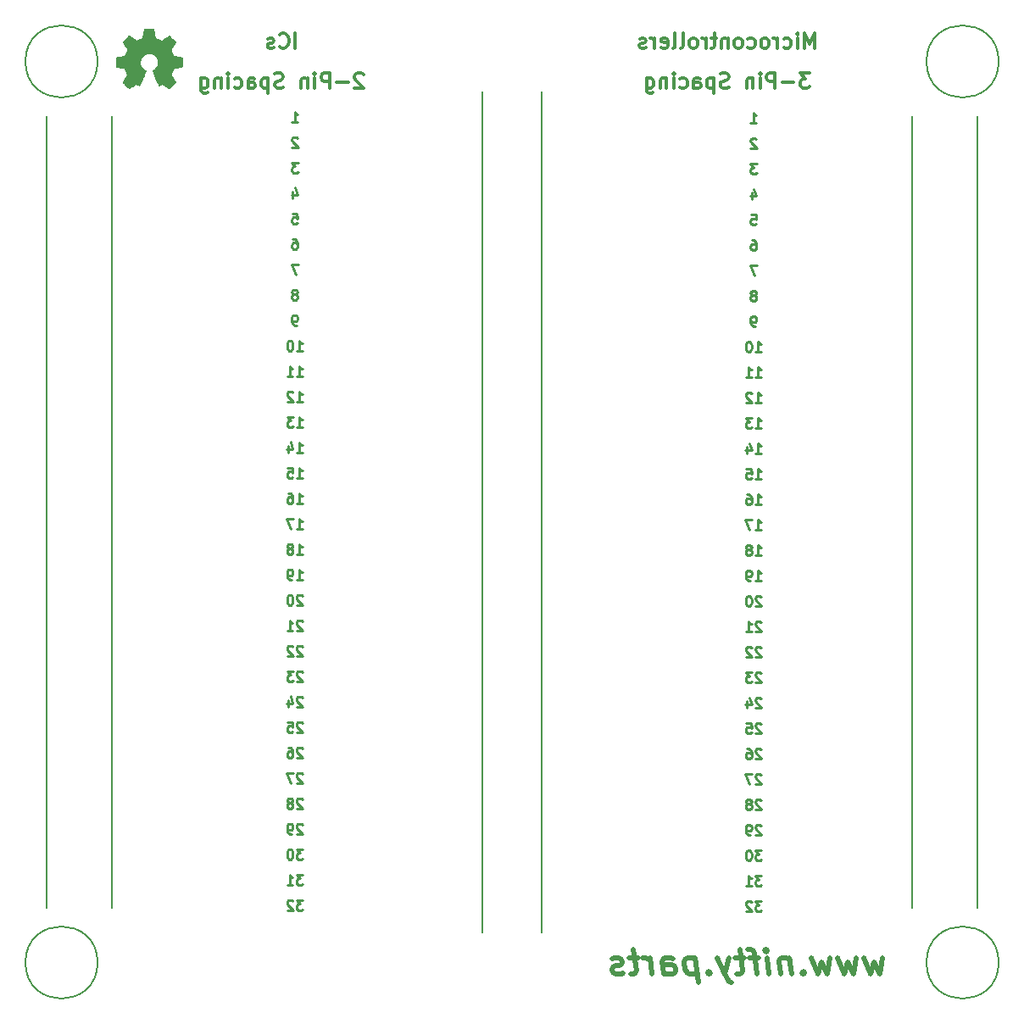
<source format=gbr>
G04 #@! TF.GenerationSoftware,KiCad,Pcbnew,(5.0.0-3-g5ebb6b6)*
G04 #@! TF.CreationDate,2019-05-14T13:45:27-04:00*
G04 #@! TF.ProjectId,Protoboard,50726F746F626F6172642E6B69636164,rev?*
G04 #@! TF.SameCoordinates,Original*
G04 #@! TF.FileFunction,Legend,Bot*
G04 #@! TF.FilePolarity,Positive*
%FSLAX46Y46*%
G04 Gerber Fmt 4.6, Leading zero omitted, Abs format (unit mm)*
G04 Created by KiCad (PCBNEW (5.0.0-3-g5ebb6b6)) date Tuesday, May 14, 2019 at 01:45:27 PM*
%MOMM*%
%LPD*%
G01*
G04 APERTURE LIST*
%ADD10C,0.300000*%
%ADD11C,0.500000*%
%ADD12C,0.250000*%
%ADD13C,0.200000*%
%ADD14C,0.010000*%
G04 APERTURE END LIST*
D10*
X199714285Y-26178571D02*
X198785714Y-26178571D01*
X199285714Y-26750000D01*
X199071428Y-26750000D01*
X198928571Y-26821428D01*
X198857142Y-26892857D01*
X198785714Y-27035714D01*
X198785714Y-27392857D01*
X198857142Y-27535714D01*
X198928571Y-27607142D01*
X199071428Y-27678571D01*
X199500000Y-27678571D01*
X199642857Y-27607142D01*
X199714285Y-27535714D01*
X198142857Y-27107142D02*
X197000000Y-27107142D01*
X196285714Y-27678571D02*
X196285714Y-26178571D01*
X195714285Y-26178571D01*
X195571428Y-26250000D01*
X195500000Y-26321428D01*
X195428571Y-26464285D01*
X195428571Y-26678571D01*
X195500000Y-26821428D01*
X195571428Y-26892857D01*
X195714285Y-26964285D01*
X196285714Y-26964285D01*
X194785714Y-27678571D02*
X194785714Y-26678571D01*
X194785714Y-26178571D02*
X194857142Y-26250000D01*
X194785714Y-26321428D01*
X194714285Y-26250000D01*
X194785714Y-26178571D01*
X194785714Y-26321428D01*
X194071428Y-26678571D02*
X194071428Y-27678571D01*
X194071428Y-26821428D02*
X194000000Y-26750000D01*
X193857142Y-26678571D01*
X193642857Y-26678571D01*
X193500000Y-26750000D01*
X193428571Y-26892857D01*
X193428571Y-27678571D01*
X191642857Y-27607142D02*
X191428571Y-27678571D01*
X191071428Y-27678571D01*
X190928571Y-27607142D01*
X190857142Y-27535714D01*
X190785714Y-27392857D01*
X190785714Y-27250000D01*
X190857142Y-27107142D01*
X190928571Y-27035714D01*
X191071428Y-26964285D01*
X191357142Y-26892857D01*
X191500000Y-26821428D01*
X191571428Y-26750000D01*
X191642857Y-26607142D01*
X191642857Y-26464285D01*
X191571428Y-26321428D01*
X191500000Y-26250000D01*
X191357142Y-26178571D01*
X191000000Y-26178571D01*
X190785714Y-26250000D01*
X190142857Y-26678571D02*
X190142857Y-28178571D01*
X190142857Y-26750000D02*
X190000000Y-26678571D01*
X189714285Y-26678571D01*
X189571428Y-26750000D01*
X189500000Y-26821428D01*
X189428571Y-26964285D01*
X189428571Y-27392857D01*
X189500000Y-27535714D01*
X189571428Y-27607142D01*
X189714285Y-27678571D01*
X190000000Y-27678571D01*
X190142857Y-27607142D01*
X188142857Y-27678571D02*
X188142857Y-26892857D01*
X188214285Y-26750000D01*
X188357142Y-26678571D01*
X188642857Y-26678571D01*
X188785714Y-26750000D01*
X188142857Y-27607142D02*
X188285714Y-27678571D01*
X188642857Y-27678571D01*
X188785714Y-27607142D01*
X188857142Y-27464285D01*
X188857142Y-27321428D01*
X188785714Y-27178571D01*
X188642857Y-27107142D01*
X188285714Y-27107142D01*
X188142857Y-27035714D01*
X186785714Y-27607142D02*
X186928571Y-27678571D01*
X187214285Y-27678571D01*
X187357142Y-27607142D01*
X187428571Y-27535714D01*
X187500000Y-27392857D01*
X187500000Y-26964285D01*
X187428571Y-26821428D01*
X187357142Y-26750000D01*
X187214285Y-26678571D01*
X186928571Y-26678571D01*
X186785714Y-26750000D01*
X186142857Y-27678571D02*
X186142857Y-26678571D01*
X186142857Y-26178571D02*
X186214285Y-26250000D01*
X186142857Y-26321428D01*
X186071428Y-26250000D01*
X186142857Y-26178571D01*
X186142857Y-26321428D01*
X185428571Y-26678571D02*
X185428571Y-27678571D01*
X185428571Y-26821428D02*
X185357142Y-26750000D01*
X185214285Y-26678571D01*
X185000000Y-26678571D01*
X184857142Y-26750000D01*
X184785714Y-26892857D01*
X184785714Y-27678571D01*
X183428571Y-26678571D02*
X183428571Y-27892857D01*
X183500000Y-28035714D01*
X183571428Y-28107142D01*
X183714285Y-28178571D01*
X183928571Y-28178571D01*
X184071428Y-28107142D01*
X183428571Y-27607142D02*
X183571428Y-27678571D01*
X183857142Y-27678571D01*
X184000000Y-27607142D01*
X184071428Y-27535714D01*
X184142857Y-27392857D01*
X184142857Y-26964285D01*
X184071428Y-26821428D01*
X184000000Y-26750000D01*
X183857142Y-26678571D01*
X183571428Y-26678571D01*
X183428571Y-26750000D01*
X200214285Y-23678571D02*
X200214285Y-22178571D01*
X199714285Y-23250000D01*
X199214285Y-22178571D01*
X199214285Y-23678571D01*
X198500000Y-23678571D02*
X198500000Y-22678571D01*
X198500000Y-22178571D02*
X198571428Y-22250000D01*
X198500000Y-22321428D01*
X198428571Y-22250000D01*
X198500000Y-22178571D01*
X198500000Y-22321428D01*
X197142857Y-23607142D02*
X197285714Y-23678571D01*
X197571428Y-23678571D01*
X197714285Y-23607142D01*
X197785714Y-23535714D01*
X197857142Y-23392857D01*
X197857142Y-22964285D01*
X197785714Y-22821428D01*
X197714285Y-22750000D01*
X197571428Y-22678571D01*
X197285714Y-22678571D01*
X197142857Y-22750000D01*
X196500000Y-23678571D02*
X196500000Y-22678571D01*
X196500000Y-22964285D02*
X196428571Y-22821428D01*
X196357142Y-22750000D01*
X196214285Y-22678571D01*
X196071428Y-22678571D01*
X195357142Y-23678571D02*
X195500000Y-23607142D01*
X195571428Y-23535714D01*
X195642857Y-23392857D01*
X195642857Y-22964285D01*
X195571428Y-22821428D01*
X195500000Y-22750000D01*
X195357142Y-22678571D01*
X195142857Y-22678571D01*
X195000000Y-22750000D01*
X194928571Y-22821428D01*
X194857142Y-22964285D01*
X194857142Y-23392857D01*
X194928571Y-23535714D01*
X195000000Y-23607142D01*
X195142857Y-23678571D01*
X195357142Y-23678571D01*
X193571428Y-23607142D02*
X193714285Y-23678571D01*
X194000000Y-23678571D01*
X194142857Y-23607142D01*
X194214285Y-23535714D01*
X194285714Y-23392857D01*
X194285714Y-22964285D01*
X194214285Y-22821428D01*
X194142857Y-22750000D01*
X194000000Y-22678571D01*
X193714285Y-22678571D01*
X193571428Y-22750000D01*
X192714285Y-23678571D02*
X192857142Y-23607142D01*
X192928571Y-23535714D01*
X193000000Y-23392857D01*
X193000000Y-22964285D01*
X192928571Y-22821428D01*
X192857142Y-22750000D01*
X192714285Y-22678571D01*
X192500000Y-22678571D01*
X192357142Y-22750000D01*
X192285714Y-22821428D01*
X192214285Y-22964285D01*
X192214285Y-23392857D01*
X192285714Y-23535714D01*
X192357142Y-23607142D01*
X192500000Y-23678571D01*
X192714285Y-23678571D01*
X191571428Y-22678571D02*
X191571428Y-23678571D01*
X191571428Y-22821428D02*
X191500000Y-22750000D01*
X191357142Y-22678571D01*
X191142857Y-22678571D01*
X191000000Y-22750000D01*
X190928571Y-22892857D01*
X190928571Y-23678571D01*
X190428571Y-22678571D02*
X189857142Y-22678571D01*
X190214285Y-22178571D02*
X190214285Y-23464285D01*
X190142857Y-23607142D01*
X190000000Y-23678571D01*
X189857142Y-23678571D01*
X189357142Y-23678571D02*
X189357142Y-22678571D01*
X189357142Y-22964285D02*
X189285714Y-22821428D01*
X189214285Y-22750000D01*
X189071428Y-22678571D01*
X188928571Y-22678571D01*
X188214285Y-23678571D02*
X188357142Y-23607142D01*
X188428571Y-23535714D01*
X188500000Y-23392857D01*
X188500000Y-22964285D01*
X188428571Y-22821428D01*
X188357142Y-22750000D01*
X188214285Y-22678571D01*
X188000000Y-22678571D01*
X187857142Y-22750000D01*
X187785714Y-22821428D01*
X187714285Y-22964285D01*
X187714285Y-23392857D01*
X187785714Y-23535714D01*
X187857142Y-23607142D01*
X188000000Y-23678571D01*
X188214285Y-23678571D01*
X186857142Y-23678571D02*
X187000000Y-23607142D01*
X187071428Y-23464285D01*
X187071428Y-22178571D01*
X186071428Y-23678571D02*
X186214285Y-23607142D01*
X186285714Y-23464285D01*
X186285714Y-22178571D01*
X184928571Y-23607142D02*
X185071428Y-23678571D01*
X185357142Y-23678571D01*
X185500000Y-23607142D01*
X185571428Y-23464285D01*
X185571428Y-22892857D01*
X185500000Y-22750000D01*
X185357142Y-22678571D01*
X185071428Y-22678571D01*
X184928571Y-22750000D01*
X184857142Y-22892857D01*
X184857142Y-23035714D01*
X185571428Y-23178571D01*
X184214285Y-23678571D02*
X184214285Y-22678571D01*
X184214285Y-22964285D02*
X184142857Y-22821428D01*
X184071428Y-22750000D01*
X183928571Y-22678571D01*
X183785714Y-22678571D01*
X183357142Y-23607142D02*
X183214285Y-23678571D01*
X182928571Y-23678571D01*
X182785714Y-23607142D01*
X182714285Y-23464285D01*
X182714285Y-23392857D01*
X182785714Y-23250000D01*
X182928571Y-23178571D01*
X183142857Y-23178571D01*
X183285714Y-23107142D01*
X183357142Y-22964285D01*
X183357142Y-22892857D01*
X183285714Y-22750000D01*
X183142857Y-22678571D01*
X182928571Y-22678571D01*
X182785714Y-22750000D01*
X155142857Y-26321428D02*
X155071428Y-26250000D01*
X154928571Y-26178571D01*
X154571428Y-26178571D01*
X154428571Y-26250000D01*
X154357142Y-26321428D01*
X154285714Y-26464285D01*
X154285714Y-26607142D01*
X154357142Y-26821428D01*
X155214285Y-27678571D01*
X154285714Y-27678571D01*
X153642857Y-27107142D02*
X152500000Y-27107142D01*
X151785714Y-27678571D02*
X151785714Y-26178571D01*
X151214285Y-26178571D01*
X151071428Y-26250000D01*
X151000000Y-26321428D01*
X150928571Y-26464285D01*
X150928571Y-26678571D01*
X151000000Y-26821428D01*
X151071428Y-26892857D01*
X151214285Y-26964285D01*
X151785714Y-26964285D01*
X150285714Y-27678571D02*
X150285714Y-26678571D01*
X150285714Y-26178571D02*
X150357142Y-26250000D01*
X150285714Y-26321428D01*
X150214285Y-26250000D01*
X150285714Y-26178571D01*
X150285714Y-26321428D01*
X149571428Y-26678571D02*
X149571428Y-27678571D01*
X149571428Y-26821428D02*
X149500000Y-26750000D01*
X149357142Y-26678571D01*
X149142857Y-26678571D01*
X149000000Y-26750000D01*
X148928571Y-26892857D01*
X148928571Y-27678571D01*
X147142857Y-27607142D02*
X146928571Y-27678571D01*
X146571428Y-27678571D01*
X146428571Y-27607142D01*
X146357142Y-27535714D01*
X146285714Y-27392857D01*
X146285714Y-27250000D01*
X146357142Y-27107142D01*
X146428571Y-27035714D01*
X146571428Y-26964285D01*
X146857142Y-26892857D01*
X147000000Y-26821428D01*
X147071428Y-26750000D01*
X147142857Y-26607142D01*
X147142857Y-26464285D01*
X147071428Y-26321428D01*
X147000000Y-26250000D01*
X146857142Y-26178571D01*
X146500000Y-26178571D01*
X146285714Y-26250000D01*
X145642857Y-26678571D02*
X145642857Y-28178571D01*
X145642857Y-26750000D02*
X145500000Y-26678571D01*
X145214285Y-26678571D01*
X145071428Y-26750000D01*
X145000000Y-26821428D01*
X144928571Y-26964285D01*
X144928571Y-27392857D01*
X145000000Y-27535714D01*
X145071428Y-27607142D01*
X145214285Y-27678571D01*
X145500000Y-27678571D01*
X145642857Y-27607142D01*
X143642857Y-27678571D02*
X143642857Y-26892857D01*
X143714285Y-26750000D01*
X143857142Y-26678571D01*
X144142857Y-26678571D01*
X144285714Y-26750000D01*
X143642857Y-27607142D02*
X143785714Y-27678571D01*
X144142857Y-27678571D01*
X144285714Y-27607142D01*
X144357142Y-27464285D01*
X144357142Y-27321428D01*
X144285714Y-27178571D01*
X144142857Y-27107142D01*
X143785714Y-27107142D01*
X143642857Y-27035714D01*
X142285714Y-27607142D02*
X142428571Y-27678571D01*
X142714285Y-27678571D01*
X142857142Y-27607142D01*
X142928571Y-27535714D01*
X143000000Y-27392857D01*
X143000000Y-26964285D01*
X142928571Y-26821428D01*
X142857142Y-26750000D01*
X142714285Y-26678571D01*
X142428571Y-26678571D01*
X142285714Y-26750000D01*
X141642857Y-27678571D02*
X141642857Y-26678571D01*
X141642857Y-26178571D02*
X141714285Y-26250000D01*
X141642857Y-26321428D01*
X141571428Y-26250000D01*
X141642857Y-26178571D01*
X141642857Y-26321428D01*
X140928571Y-26678571D02*
X140928571Y-27678571D01*
X140928571Y-26821428D02*
X140857142Y-26750000D01*
X140714285Y-26678571D01*
X140500000Y-26678571D01*
X140357142Y-26750000D01*
X140285714Y-26892857D01*
X140285714Y-27678571D01*
X138928571Y-26678571D02*
X138928571Y-27892857D01*
X139000000Y-28035714D01*
X139071428Y-28107142D01*
X139214285Y-28178571D01*
X139428571Y-28178571D01*
X139571428Y-28107142D01*
X138928571Y-27607142D02*
X139071428Y-27678571D01*
X139357142Y-27678571D01*
X139500000Y-27607142D01*
X139571428Y-27535714D01*
X139642857Y-27392857D01*
X139642857Y-26964285D01*
X139571428Y-26821428D01*
X139500000Y-26750000D01*
X139357142Y-26678571D01*
X139071428Y-26678571D01*
X138928571Y-26750000D01*
X148357142Y-23678571D02*
X148357142Y-22178571D01*
X146785714Y-23535714D02*
X146857142Y-23607142D01*
X147071428Y-23678571D01*
X147214285Y-23678571D01*
X147428571Y-23607142D01*
X147571428Y-23464285D01*
X147642857Y-23321428D01*
X147714285Y-23035714D01*
X147714285Y-22821428D01*
X147642857Y-22535714D01*
X147571428Y-22392857D01*
X147428571Y-22250000D01*
X147214285Y-22178571D01*
X147071428Y-22178571D01*
X146857142Y-22250000D01*
X146785714Y-22321428D01*
X146214285Y-23607142D02*
X146071428Y-23678571D01*
X145785714Y-23678571D01*
X145642857Y-23607142D01*
X145571428Y-23464285D01*
X145571428Y-23392857D01*
X145642857Y-23250000D01*
X145785714Y-23178571D01*
X146000000Y-23178571D01*
X146142857Y-23107142D01*
X146214285Y-22964285D01*
X146214285Y-22892857D01*
X146142857Y-22750000D01*
X146000000Y-22678571D01*
X145785714Y-22678571D01*
X145642857Y-22750000D01*
D11*
X207002738Y-114504285D02*
X206734880Y-116170952D01*
X206109880Y-114980476D01*
X205782500Y-116170952D01*
X205097976Y-114504285D01*
X204383690Y-114504285D02*
X204115833Y-116170952D01*
X203490833Y-114980476D01*
X203163452Y-116170952D01*
X202478928Y-114504285D01*
X201764642Y-114504285D02*
X201496785Y-116170952D01*
X200871785Y-114980476D01*
X200544404Y-116170952D01*
X199859880Y-114504285D01*
X199086071Y-115932857D02*
X198981904Y-116051904D01*
X199115833Y-116170952D01*
X199220000Y-116051904D01*
X199086071Y-115932857D01*
X199115833Y-116170952D01*
X197717023Y-114504285D02*
X197925357Y-116170952D01*
X197746785Y-114742380D02*
X197612857Y-114623333D01*
X197359880Y-114504285D01*
X197002738Y-114504285D01*
X196779523Y-114623333D01*
X196690238Y-114861428D01*
X196853928Y-116170952D01*
X195663452Y-116170952D02*
X195455119Y-114504285D01*
X195350952Y-113670952D02*
X195484880Y-113790000D01*
X195380714Y-113909047D01*
X195246785Y-113790000D01*
X195350952Y-113670952D01*
X195380714Y-113909047D01*
X194621785Y-114504285D02*
X193669404Y-114504285D01*
X194472976Y-116170952D02*
X194205119Y-114028095D01*
X194056309Y-113790000D01*
X193803333Y-113670952D01*
X193565238Y-113670952D01*
X193193214Y-114504285D02*
X192240833Y-114504285D01*
X192731904Y-113670952D02*
X192999761Y-115813809D01*
X192910476Y-116051904D01*
X192687261Y-116170952D01*
X192449166Y-116170952D01*
X191645595Y-114504285D02*
X191258690Y-116170952D01*
X190455119Y-114504285D02*
X191258690Y-116170952D01*
X191571190Y-116766190D01*
X191705119Y-116885238D01*
X191958095Y-117004285D01*
X189681309Y-115932857D02*
X189577142Y-116051904D01*
X189711071Y-116170952D01*
X189815238Y-116051904D01*
X189681309Y-115932857D01*
X189711071Y-116170952D01*
X188312261Y-114504285D02*
X188624761Y-117004285D01*
X188327142Y-114623333D02*
X188074166Y-114504285D01*
X187597976Y-114504285D01*
X187374761Y-114623333D01*
X187270595Y-114742380D01*
X187181309Y-114980476D01*
X187270595Y-115694761D01*
X187419404Y-115932857D01*
X187553333Y-116051904D01*
X187806309Y-116170952D01*
X188282500Y-116170952D01*
X188505714Y-116051904D01*
X185187261Y-116170952D02*
X185023571Y-114861428D01*
X185112857Y-114623333D01*
X185336071Y-114504285D01*
X185812261Y-114504285D01*
X186065238Y-114623333D01*
X185172380Y-116051904D02*
X185425357Y-116170952D01*
X186020595Y-116170952D01*
X186243809Y-116051904D01*
X186333095Y-115813809D01*
X186303333Y-115575714D01*
X186154523Y-115337619D01*
X185901547Y-115218571D01*
X185306309Y-115218571D01*
X185053333Y-115099523D01*
X183996785Y-116170952D02*
X183788452Y-114504285D01*
X183847976Y-114980476D02*
X183699166Y-114742380D01*
X183565238Y-114623333D01*
X183312261Y-114504285D01*
X183074166Y-114504285D01*
X182597976Y-114504285D02*
X181645595Y-114504285D01*
X182136666Y-113670952D02*
X182404523Y-115813809D01*
X182315238Y-116051904D01*
X182092023Y-116170952D01*
X181853928Y-116170952D01*
X181124761Y-116051904D02*
X180901547Y-116170952D01*
X180425357Y-116170952D01*
X180172380Y-116051904D01*
X180023571Y-115813809D01*
X180008690Y-115694761D01*
X180097976Y-115456666D01*
X180321190Y-115337619D01*
X180678333Y-115337619D01*
X180901547Y-115218571D01*
X180990833Y-114980476D01*
X180975952Y-114861428D01*
X180827142Y-114623333D01*
X180574166Y-114504285D01*
X180217023Y-114504285D01*
X179993809Y-114623333D01*
D12*
X194300476Y-69233982D02*
X194871904Y-69233982D01*
X194586190Y-69233982D02*
X194586190Y-68233982D01*
X194681428Y-68376840D01*
X194776666Y-68472078D01*
X194871904Y-68519697D01*
X193443333Y-68233982D02*
X193633809Y-68233982D01*
X193729047Y-68281602D01*
X193776666Y-68329221D01*
X193871904Y-68472078D01*
X193919523Y-68662554D01*
X193919523Y-69043506D01*
X193871904Y-69138744D01*
X193824285Y-69186363D01*
X193729047Y-69233982D01*
X193538571Y-69233982D01*
X193443333Y-69186363D01*
X193395714Y-69138744D01*
X193348095Y-69043506D01*
X193348095Y-68805411D01*
X193395714Y-68710173D01*
X193443333Y-68662554D01*
X193538571Y-68614935D01*
X193729047Y-68614935D01*
X193824285Y-68662554D01*
X193871904Y-68710173D01*
X193919523Y-68805411D01*
X194919523Y-108873982D02*
X194300476Y-108873982D01*
X194633809Y-109254935D01*
X194490952Y-109254935D01*
X194395714Y-109302554D01*
X194348095Y-109350173D01*
X194300476Y-109445411D01*
X194300476Y-109683506D01*
X194348095Y-109778744D01*
X194395714Y-109826363D01*
X194490952Y-109873982D01*
X194776666Y-109873982D01*
X194871904Y-109826363D01*
X194919523Y-109778744D01*
X193919523Y-108969221D02*
X193871904Y-108921602D01*
X193776666Y-108873982D01*
X193538571Y-108873982D01*
X193443333Y-108921602D01*
X193395714Y-108969221D01*
X193348095Y-109064459D01*
X193348095Y-109159697D01*
X193395714Y-109302554D01*
X193967142Y-109873982D01*
X193348095Y-109873982D01*
X194300476Y-51453982D02*
X194110000Y-51453982D01*
X194014761Y-51406363D01*
X193967142Y-51358744D01*
X193871904Y-51215887D01*
X193824285Y-51025411D01*
X193824285Y-50644459D01*
X193871904Y-50549221D01*
X193919523Y-50501602D01*
X194014761Y-50453982D01*
X194205238Y-50453982D01*
X194300476Y-50501602D01*
X194348095Y-50549221D01*
X194395714Y-50644459D01*
X194395714Y-50882554D01*
X194348095Y-50977792D01*
X194300476Y-51025411D01*
X194205238Y-51073030D01*
X194014761Y-51073030D01*
X193919523Y-51025411D01*
X193871904Y-50977792D01*
X193824285Y-50882554D01*
X193871904Y-40293982D02*
X194348095Y-40293982D01*
X194395714Y-40770173D01*
X194348095Y-40722554D01*
X194252857Y-40674935D01*
X194014761Y-40674935D01*
X193919523Y-40722554D01*
X193871904Y-40770173D01*
X193824285Y-40865411D01*
X193824285Y-41103506D01*
X193871904Y-41198744D01*
X193919523Y-41246363D01*
X194014761Y-41293982D01*
X194252857Y-41293982D01*
X194348095Y-41246363D01*
X194395714Y-41198744D01*
X194919523Y-106333982D02*
X194300476Y-106333982D01*
X194633809Y-106714935D01*
X194490952Y-106714935D01*
X194395714Y-106762554D01*
X194348095Y-106810173D01*
X194300476Y-106905411D01*
X194300476Y-107143506D01*
X194348095Y-107238744D01*
X194395714Y-107286363D01*
X194490952Y-107333982D01*
X194776666Y-107333982D01*
X194871904Y-107286363D01*
X194919523Y-107238744D01*
X193348095Y-107333982D02*
X193919523Y-107333982D01*
X193633809Y-107333982D02*
X193633809Y-106333982D01*
X193729047Y-106476840D01*
X193824285Y-106572078D01*
X193919523Y-106619697D01*
X193824285Y-31133982D02*
X194395714Y-31133982D01*
X194110000Y-31133982D02*
X194110000Y-30133982D01*
X194205238Y-30276840D01*
X194300476Y-30372078D01*
X194395714Y-30419697D01*
X194395714Y-32769221D02*
X194348095Y-32721602D01*
X194252857Y-32673982D01*
X194014761Y-32673982D01*
X193919523Y-32721602D01*
X193871904Y-32769221D01*
X193824285Y-32864459D01*
X193824285Y-32959697D01*
X193871904Y-33102554D01*
X194443333Y-33673982D01*
X193824285Y-33673982D01*
X193919523Y-42833982D02*
X194110000Y-42833982D01*
X194205238Y-42881602D01*
X194252857Y-42929221D01*
X194348095Y-43072078D01*
X194395714Y-43262554D01*
X194395714Y-43643506D01*
X194348095Y-43738744D01*
X194300476Y-43786363D01*
X194205238Y-43833982D01*
X194014761Y-43833982D01*
X193919523Y-43786363D01*
X193871904Y-43738744D01*
X193824285Y-43643506D01*
X193824285Y-43405411D01*
X193871904Y-43310173D01*
X193919523Y-43262554D01*
X194014761Y-43214935D01*
X194205238Y-43214935D01*
X194300476Y-43262554D01*
X194348095Y-43310173D01*
X194395714Y-43405411D01*
X194871904Y-91189221D02*
X194824285Y-91141602D01*
X194729047Y-91093982D01*
X194490952Y-91093982D01*
X194395714Y-91141602D01*
X194348095Y-91189221D01*
X194300476Y-91284459D01*
X194300476Y-91379697D01*
X194348095Y-91522554D01*
X194919523Y-92093982D01*
X194300476Y-92093982D01*
X193395714Y-91093982D02*
X193871904Y-91093982D01*
X193919523Y-91570173D01*
X193871904Y-91522554D01*
X193776666Y-91474935D01*
X193538571Y-91474935D01*
X193443333Y-91522554D01*
X193395714Y-91570173D01*
X193348095Y-91665411D01*
X193348095Y-91903506D01*
X193395714Y-91998744D01*
X193443333Y-92046363D01*
X193538571Y-92093982D01*
X193776666Y-92093982D01*
X193871904Y-92046363D01*
X193919523Y-91998744D01*
X194300476Y-61613982D02*
X194871904Y-61613982D01*
X194586190Y-61613982D02*
X194586190Y-60613982D01*
X194681428Y-60756840D01*
X194776666Y-60852078D01*
X194871904Y-60899697D01*
X193967142Y-60613982D02*
X193348095Y-60613982D01*
X193681428Y-60994935D01*
X193538571Y-60994935D01*
X193443333Y-61042554D01*
X193395714Y-61090173D01*
X193348095Y-61185411D01*
X193348095Y-61423506D01*
X193395714Y-61518744D01*
X193443333Y-61566363D01*
X193538571Y-61613982D01*
X193824285Y-61613982D01*
X193919523Y-61566363D01*
X193967142Y-61518744D01*
X194443333Y-35213982D02*
X193824285Y-35213982D01*
X194157619Y-35594935D01*
X194014761Y-35594935D01*
X193919523Y-35642554D01*
X193871904Y-35690173D01*
X193824285Y-35785411D01*
X193824285Y-36023506D01*
X193871904Y-36118744D01*
X193919523Y-36166363D01*
X194014761Y-36213982D01*
X194300476Y-36213982D01*
X194395714Y-36166363D01*
X194443333Y-36118744D01*
X194300476Y-76853982D02*
X194871904Y-76853982D01*
X194586190Y-76853982D02*
X194586190Y-75853982D01*
X194681428Y-75996840D01*
X194776666Y-76092078D01*
X194871904Y-76139697D01*
X193824285Y-76853982D02*
X193633809Y-76853982D01*
X193538571Y-76806363D01*
X193490952Y-76758744D01*
X193395714Y-76615887D01*
X193348095Y-76425411D01*
X193348095Y-76044459D01*
X193395714Y-75949221D01*
X193443333Y-75901602D01*
X193538571Y-75853982D01*
X193729047Y-75853982D01*
X193824285Y-75901602D01*
X193871904Y-75949221D01*
X193919523Y-76044459D01*
X193919523Y-76282554D01*
X193871904Y-76377792D01*
X193824285Y-76425411D01*
X193729047Y-76473030D01*
X193538571Y-76473030D01*
X193443333Y-76425411D01*
X193395714Y-76377792D01*
X193348095Y-76282554D01*
X193919523Y-38087316D02*
X193919523Y-38753982D01*
X194157619Y-37706363D02*
X194395714Y-38420649D01*
X193776666Y-38420649D01*
X194300476Y-66693982D02*
X194871904Y-66693982D01*
X194586190Y-66693982D02*
X194586190Y-65693982D01*
X194681428Y-65836840D01*
X194776666Y-65932078D01*
X194871904Y-65979697D01*
X193395714Y-65693982D02*
X193871904Y-65693982D01*
X193919523Y-66170173D01*
X193871904Y-66122554D01*
X193776666Y-66074935D01*
X193538571Y-66074935D01*
X193443333Y-66122554D01*
X193395714Y-66170173D01*
X193348095Y-66265411D01*
X193348095Y-66503506D01*
X193395714Y-66598744D01*
X193443333Y-66646363D01*
X193538571Y-66693982D01*
X193776666Y-66693982D01*
X193871904Y-66646363D01*
X193919523Y-66598744D01*
X194300476Y-74313982D02*
X194871904Y-74313982D01*
X194586190Y-74313982D02*
X194586190Y-73313982D01*
X194681428Y-73456840D01*
X194776666Y-73552078D01*
X194871904Y-73599697D01*
X193729047Y-73742554D02*
X193824285Y-73694935D01*
X193871904Y-73647316D01*
X193919523Y-73552078D01*
X193919523Y-73504459D01*
X193871904Y-73409221D01*
X193824285Y-73361602D01*
X193729047Y-73313982D01*
X193538571Y-73313982D01*
X193443333Y-73361602D01*
X193395714Y-73409221D01*
X193348095Y-73504459D01*
X193348095Y-73552078D01*
X193395714Y-73647316D01*
X193443333Y-73694935D01*
X193538571Y-73742554D01*
X193729047Y-73742554D01*
X193824285Y-73790173D01*
X193871904Y-73837792D01*
X193919523Y-73933030D01*
X193919523Y-74123506D01*
X193871904Y-74218744D01*
X193824285Y-74266363D01*
X193729047Y-74313982D01*
X193538571Y-74313982D01*
X193443333Y-74266363D01*
X193395714Y-74218744D01*
X193348095Y-74123506D01*
X193348095Y-73933030D01*
X193395714Y-73837792D01*
X193443333Y-73790173D01*
X193538571Y-73742554D01*
X194871904Y-96269221D02*
X194824285Y-96221602D01*
X194729047Y-96173982D01*
X194490952Y-96173982D01*
X194395714Y-96221602D01*
X194348095Y-96269221D01*
X194300476Y-96364459D01*
X194300476Y-96459697D01*
X194348095Y-96602554D01*
X194919523Y-97173982D01*
X194300476Y-97173982D01*
X193967142Y-96173982D02*
X193300476Y-96173982D01*
X193729047Y-97173982D01*
X194871904Y-88649221D02*
X194824285Y-88601602D01*
X194729047Y-88553982D01*
X194490952Y-88553982D01*
X194395714Y-88601602D01*
X194348095Y-88649221D01*
X194300476Y-88744459D01*
X194300476Y-88839697D01*
X194348095Y-88982554D01*
X194919523Y-89553982D01*
X194300476Y-89553982D01*
X193443333Y-88887316D02*
X193443333Y-89553982D01*
X193681428Y-88506363D02*
X193919523Y-89220649D01*
X193300476Y-89220649D01*
X194871904Y-78489221D02*
X194824285Y-78441602D01*
X194729047Y-78393982D01*
X194490952Y-78393982D01*
X194395714Y-78441602D01*
X194348095Y-78489221D01*
X194300476Y-78584459D01*
X194300476Y-78679697D01*
X194348095Y-78822554D01*
X194919523Y-79393982D01*
X194300476Y-79393982D01*
X193681428Y-78393982D02*
X193586190Y-78393982D01*
X193490952Y-78441602D01*
X193443333Y-78489221D01*
X193395714Y-78584459D01*
X193348095Y-78774935D01*
X193348095Y-79013030D01*
X193395714Y-79203506D01*
X193443333Y-79298744D01*
X193490952Y-79346363D01*
X193586190Y-79393982D01*
X193681428Y-79393982D01*
X193776666Y-79346363D01*
X193824285Y-79298744D01*
X193871904Y-79203506D01*
X193919523Y-79013030D01*
X193919523Y-78774935D01*
X193871904Y-78584459D01*
X193824285Y-78489221D01*
X193776666Y-78441602D01*
X193681428Y-78393982D01*
X194300476Y-56533982D02*
X194871904Y-56533982D01*
X194586190Y-56533982D02*
X194586190Y-55533982D01*
X194681428Y-55676840D01*
X194776666Y-55772078D01*
X194871904Y-55819697D01*
X193348095Y-56533982D02*
X193919523Y-56533982D01*
X193633809Y-56533982D02*
X193633809Y-55533982D01*
X193729047Y-55676840D01*
X193824285Y-55772078D01*
X193919523Y-55819697D01*
X194871904Y-83569221D02*
X194824285Y-83521602D01*
X194729047Y-83473982D01*
X194490952Y-83473982D01*
X194395714Y-83521602D01*
X194348095Y-83569221D01*
X194300476Y-83664459D01*
X194300476Y-83759697D01*
X194348095Y-83902554D01*
X194919523Y-84473982D01*
X194300476Y-84473982D01*
X193919523Y-83569221D02*
X193871904Y-83521602D01*
X193776666Y-83473982D01*
X193538571Y-83473982D01*
X193443333Y-83521602D01*
X193395714Y-83569221D01*
X193348095Y-83664459D01*
X193348095Y-83759697D01*
X193395714Y-83902554D01*
X193967142Y-84473982D01*
X193348095Y-84473982D01*
X194300476Y-64153982D02*
X194871904Y-64153982D01*
X194586190Y-64153982D02*
X194586190Y-63153982D01*
X194681428Y-63296840D01*
X194776666Y-63392078D01*
X194871904Y-63439697D01*
X193443333Y-63487316D02*
X193443333Y-64153982D01*
X193681428Y-63106363D02*
X193919523Y-63820649D01*
X193300476Y-63820649D01*
X194871904Y-86109221D02*
X194824285Y-86061602D01*
X194729047Y-86013982D01*
X194490952Y-86013982D01*
X194395714Y-86061602D01*
X194348095Y-86109221D01*
X194300476Y-86204459D01*
X194300476Y-86299697D01*
X194348095Y-86442554D01*
X194919523Y-87013982D01*
X194300476Y-87013982D01*
X193967142Y-86013982D02*
X193348095Y-86013982D01*
X193681428Y-86394935D01*
X193538571Y-86394935D01*
X193443333Y-86442554D01*
X193395714Y-86490173D01*
X193348095Y-86585411D01*
X193348095Y-86823506D01*
X193395714Y-86918744D01*
X193443333Y-86966363D01*
X193538571Y-87013982D01*
X193824285Y-87013982D01*
X193919523Y-86966363D01*
X193967142Y-86918744D01*
X194919523Y-103793982D02*
X194300476Y-103793982D01*
X194633809Y-104174935D01*
X194490952Y-104174935D01*
X194395714Y-104222554D01*
X194348095Y-104270173D01*
X194300476Y-104365411D01*
X194300476Y-104603506D01*
X194348095Y-104698744D01*
X194395714Y-104746363D01*
X194490952Y-104793982D01*
X194776666Y-104793982D01*
X194871904Y-104746363D01*
X194919523Y-104698744D01*
X193681428Y-103793982D02*
X193586190Y-103793982D01*
X193490952Y-103841602D01*
X193443333Y-103889221D01*
X193395714Y-103984459D01*
X193348095Y-104174935D01*
X193348095Y-104413030D01*
X193395714Y-104603506D01*
X193443333Y-104698744D01*
X193490952Y-104746363D01*
X193586190Y-104793982D01*
X193681428Y-104793982D01*
X193776666Y-104746363D01*
X193824285Y-104698744D01*
X193871904Y-104603506D01*
X193919523Y-104413030D01*
X193919523Y-104174935D01*
X193871904Y-103984459D01*
X193824285Y-103889221D01*
X193776666Y-103841602D01*
X193681428Y-103793982D01*
X194871904Y-101349221D02*
X194824285Y-101301602D01*
X194729047Y-101253982D01*
X194490952Y-101253982D01*
X194395714Y-101301602D01*
X194348095Y-101349221D01*
X194300476Y-101444459D01*
X194300476Y-101539697D01*
X194348095Y-101682554D01*
X194919523Y-102253982D01*
X194300476Y-102253982D01*
X193824285Y-102253982D02*
X193633809Y-102253982D01*
X193538571Y-102206363D01*
X193490952Y-102158744D01*
X193395714Y-102015887D01*
X193348095Y-101825411D01*
X193348095Y-101444459D01*
X193395714Y-101349221D01*
X193443333Y-101301602D01*
X193538571Y-101253982D01*
X193729047Y-101253982D01*
X193824285Y-101301602D01*
X193871904Y-101349221D01*
X193919523Y-101444459D01*
X193919523Y-101682554D01*
X193871904Y-101777792D01*
X193824285Y-101825411D01*
X193729047Y-101873030D01*
X193538571Y-101873030D01*
X193443333Y-101825411D01*
X193395714Y-101777792D01*
X193348095Y-101682554D01*
X194300476Y-71773982D02*
X194871904Y-71773982D01*
X194586190Y-71773982D02*
X194586190Y-70773982D01*
X194681428Y-70916840D01*
X194776666Y-71012078D01*
X194871904Y-71059697D01*
X193967142Y-70773982D02*
X193300476Y-70773982D01*
X193729047Y-71773982D01*
X194443333Y-45373982D02*
X193776666Y-45373982D01*
X194205238Y-46373982D01*
X194300476Y-53993982D02*
X194871904Y-53993982D01*
X194586190Y-53993982D02*
X194586190Y-52993982D01*
X194681428Y-53136840D01*
X194776666Y-53232078D01*
X194871904Y-53279697D01*
X193681428Y-52993982D02*
X193586190Y-52993982D01*
X193490952Y-53041602D01*
X193443333Y-53089221D01*
X193395714Y-53184459D01*
X193348095Y-53374935D01*
X193348095Y-53613030D01*
X193395714Y-53803506D01*
X193443333Y-53898744D01*
X193490952Y-53946363D01*
X193586190Y-53993982D01*
X193681428Y-53993982D01*
X193776666Y-53946363D01*
X193824285Y-53898744D01*
X193871904Y-53803506D01*
X193919523Y-53613030D01*
X193919523Y-53374935D01*
X193871904Y-53184459D01*
X193824285Y-53089221D01*
X193776666Y-53041602D01*
X193681428Y-52993982D01*
X194871904Y-81029221D02*
X194824285Y-80981602D01*
X194729047Y-80933982D01*
X194490952Y-80933982D01*
X194395714Y-80981602D01*
X194348095Y-81029221D01*
X194300476Y-81124459D01*
X194300476Y-81219697D01*
X194348095Y-81362554D01*
X194919523Y-81933982D01*
X194300476Y-81933982D01*
X193348095Y-81933982D02*
X193919523Y-81933982D01*
X193633809Y-81933982D02*
X193633809Y-80933982D01*
X193729047Y-81076840D01*
X193824285Y-81172078D01*
X193919523Y-81219697D01*
X194300476Y-59073982D02*
X194871904Y-59073982D01*
X194586190Y-59073982D02*
X194586190Y-58073982D01*
X194681428Y-58216840D01*
X194776666Y-58312078D01*
X194871904Y-58359697D01*
X193919523Y-58169221D02*
X193871904Y-58121602D01*
X193776666Y-58073982D01*
X193538571Y-58073982D01*
X193443333Y-58121602D01*
X193395714Y-58169221D01*
X193348095Y-58264459D01*
X193348095Y-58359697D01*
X193395714Y-58502554D01*
X193967142Y-59073982D01*
X193348095Y-59073982D01*
X194871904Y-93729221D02*
X194824285Y-93681602D01*
X194729047Y-93633982D01*
X194490952Y-93633982D01*
X194395714Y-93681602D01*
X194348095Y-93729221D01*
X194300476Y-93824459D01*
X194300476Y-93919697D01*
X194348095Y-94062554D01*
X194919523Y-94633982D01*
X194300476Y-94633982D01*
X193443333Y-93633982D02*
X193633809Y-93633982D01*
X193729047Y-93681602D01*
X193776666Y-93729221D01*
X193871904Y-93872078D01*
X193919523Y-94062554D01*
X193919523Y-94443506D01*
X193871904Y-94538744D01*
X193824285Y-94586363D01*
X193729047Y-94633982D01*
X193538571Y-94633982D01*
X193443333Y-94586363D01*
X193395714Y-94538744D01*
X193348095Y-94443506D01*
X193348095Y-94205411D01*
X193395714Y-94110173D01*
X193443333Y-94062554D01*
X193538571Y-94014935D01*
X193729047Y-94014935D01*
X193824285Y-94062554D01*
X193871904Y-94110173D01*
X193919523Y-94205411D01*
X194871904Y-98809221D02*
X194824285Y-98761602D01*
X194729047Y-98713982D01*
X194490952Y-98713982D01*
X194395714Y-98761602D01*
X194348095Y-98809221D01*
X194300476Y-98904459D01*
X194300476Y-98999697D01*
X194348095Y-99142554D01*
X194919523Y-99713982D01*
X194300476Y-99713982D01*
X193729047Y-99142554D02*
X193824285Y-99094935D01*
X193871904Y-99047316D01*
X193919523Y-98952078D01*
X193919523Y-98904459D01*
X193871904Y-98809221D01*
X193824285Y-98761602D01*
X193729047Y-98713982D01*
X193538571Y-98713982D01*
X193443333Y-98761602D01*
X193395714Y-98809221D01*
X193348095Y-98904459D01*
X193348095Y-98952078D01*
X193395714Y-99047316D01*
X193443333Y-99094935D01*
X193538571Y-99142554D01*
X193729047Y-99142554D01*
X193824285Y-99190173D01*
X193871904Y-99237792D01*
X193919523Y-99333030D01*
X193919523Y-99523506D01*
X193871904Y-99618744D01*
X193824285Y-99666363D01*
X193729047Y-99713982D01*
X193538571Y-99713982D01*
X193443333Y-99666363D01*
X193395714Y-99618744D01*
X193348095Y-99523506D01*
X193348095Y-99333030D01*
X193395714Y-99237792D01*
X193443333Y-99190173D01*
X193538571Y-99142554D01*
X194205238Y-48342554D02*
X194300476Y-48294935D01*
X194348095Y-48247316D01*
X194395714Y-48152078D01*
X194395714Y-48104459D01*
X194348095Y-48009221D01*
X194300476Y-47961602D01*
X194205238Y-47913982D01*
X194014761Y-47913982D01*
X193919523Y-47961602D01*
X193871904Y-48009221D01*
X193824285Y-48104459D01*
X193824285Y-48152078D01*
X193871904Y-48247316D01*
X193919523Y-48294935D01*
X194014761Y-48342554D01*
X194205238Y-48342554D01*
X194300476Y-48390173D01*
X194348095Y-48437792D01*
X194395714Y-48533030D01*
X194395714Y-48723506D01*
X194348095Y-48818744D01*
X194300476Y-48866363D01*
X194205238Y-48913982D01*
X194014761Y-48913982D01*
X193919523Y-48866363D01*
X193871904Y-48818744D01*
X193824285Y-48723506D01*
X193824285Y-48533030D01*
X193871904Y-48437792D01*
X193919523Y-48390173D01*
X194014761Y-48342554D01*
X148004285Y-31033982D02*
X148575714Y-31033982D01*
X148290000Y-31033982D02*
X148290000Y-30033982D01*
X148385238Y-30176840D01*
X148480476Y-30272078D01*
X148575714Y-30319697D01*
X148575714Y-32669221D02*
X148528095Y-32621602D01*
X148432857Y-32573982D01*
X148194761Y-32573982D01*
X148099523Y-32621602D01*
X148051904Y-32669221D01*
X148004285Y-32764459D01*
X148004285Y-32859697D01*
X148051904Y-33002554D01*
X148623333Y-33573982D01*
X148004285Y-33573982D01*
X148623333Y-35113982D02*
X148004285Y-35113982D01*
X148337619Y-35494935D01*
X148194761Y-35494935D01*
X148099523Y-35542554D01*
X148051904Y-35590173D01*
X148004285Y-35685411D01*
X148004285Y-35923506D01*
X148051904Y-36018744D01*
X148099523Y-36066363D01*
X148194761Y-36113982D01*
X148480476Y-36113982D01*
X148575714Y-36066363D01*
X148623333Y-36018744D01*
X148099523Y-37987316D02*
X148099523Y-38653982D01*
X148337619Y-37606363D02*
X148575714Y-38320649D01*
X147956666Y-38320649D01*
X148051904Y-40193982D02*
X148528095Y-40193982D01*
X148575714Y-40670173D01*
X148528095Y-40622554D01*
X148432857Y-40574935D01*
X148194761Y-40574935D01*
X148099523Y-40622554D01*
X148051904Y-40670173D01*
X148004285Y-40765411D01*
X148004285Y-41003506D01*
X148051904Y-41098744D01*
X148099523Y-41146363D01*
X148194761Y-41193982D01*
X148432857Y-41193982D01*
X148528095Y-41146363D01*
X148575714Y-41098744D01*
X148099523Y-42733982D02*
X148290000Y-42733982D01*
X148385238Y-42781602D01*
X148432857Y-42829221D01*
X148528095Y-42972078D01*
X148575714Y-43162554D01*
X148575714Y-43543506D01*
X148528095Y-43638744D01*
X148480476Y-43686363D01*
X148385238Y-43733982D01*
X148194761Y-43733982D01*
X148099523Y-43686363D01*
X148051904Y-43638744D01*
X148004285Y-43543506D01*
X148004285Y-43305411D01*
X148051904Y-43210173D01*
X148099523Y-43162554D01*
X148194761Y-43114935D01*
X148385238Y-43114935D01*
X148480476Y-43162554D01*
X148528095Y-43210173D01*
X148575714Y-43305411D01*
X148623333Y-45273982D02*
X147956666Y-45273982D01*
X148385238Y-46273982D01*
X148385238Y-48242554D02*
X148480476Y-48194935D01*
X148528095Y-48147316D01*
X148575714Y-48052078D01*
X148575714Y-48004459D01*
X148528095Y-47909221D01*
X148480476Y-47861602D01*
X148385238Y-47813982D01*
X148194761Y-47813982D01*
X148099523Y-47861602D01*
X148051904Y-47909221D01*
X148004285Y-48004459D01*
X148004285Y-48052078D01*
X148051904Y-48147316D01*
X148099523Y-48194935D01*
X148194761Y-48242554D01*
X148385238Y-48242554D01*
X148480476Y-48290173D01*
X148528095Y-48337792D01*
X148575714Y-48433030D01*
X148575714Y-48623506D01*
X148528095Y-48718744D01*
X148480476Y-48766363D01*
X148385238Y-48813982D01*
X148194761Y-48813982D01*
X148099523Y-48766363D01*
X148051904Y-48718744D01*
X148004285Y-48623506D01*
X148004285Y-48433030D01*
X148051904Y-48337792D01*
X148099523Y-48290173D01*
X148194761Y-48242554D01*
X148480476Y-51353982D02*
X148290000Y-51353982D01*
X148194761Y-51306363D01*
X148147142Y-51258744D01*
X148051904Y-51115887D01*
X148004285Y-50925411D01*
X148004285Y-50544459D01*
X148051904Y-50449221D01*
X148099523Y-50401602D01*
X148194761Y-50353982D01*
X148385238Y-50353982D01*
X148480476Y-50401602D01*
X148528095Y-50449221D01*
X148575714Y-50544459D01*
X148575714Y-50782554D01*
X148528095Y-50877792D01*
X148480476Y-50925411D01*
X148385238Y-50973030D01*
X148194761Y-50973030D01*
X148099523Y-50925411D01*
X148051904Y-50877792D01*
X148004285Y-50782554D01*
X148480476Y-53893982D02*
X149051904Y-53893982D01*
X148766190Y-53893982D02*
X148766190Y-52893982D01*
X148861428Y-53036840D01*
X148956666Y-53132078D01*
X149051904Y-53179697D01*
X147861428Y-52893982D02*
X147766190Y-52893982D01*
X147670952Y-52941602D01*
X147623333Y-52989221D01*
X147575714Y-53084459D01*
X147528095Y-53274935D01*
X147528095Y-53513030D01*
X147575714Y-53703506D01*
X147623333Y-53798744D01*
X147670952Y-53846363D01*
X147766190Y-53893982D01*
X147861428Y-53893982D01*
X147956666Y-53846363D01*
X148004285Y-53798744D01*
X148051904Y-53703506D01*
X148099523Y-53513030D01*
X148099523Y-53274935D01*
X148051904Y-53084459D01*
X148004285Y-52989221D01*
X147956666Y-52941602D01*
X147861428Y-52893982D01*
X148480476Y-56433982D02*
X149051904Y-56433982D01*
X148766190Y-56433982D02*
X148766190Y-55433982D01*
X148861428Y-55576840D01*
X148956666Y-55672078D01*
X149051904Y-55719697D01*
X147528095Y-56433982D02*
X148099523Y-56433982D01*
X147813809Y-56433982D02*
X147813809Y-55433982D01*
X147909047Y-55576840D01*
X148004285Y-55672078D01*
X148099523Y-55719697D01*
X148480476Y-58973982D02*
X149051904Y-58973982D01*
X148766190Y-58973982D02*
X148766190Y-57973982D01*
X148861428Y-58116840D01*
X148956666Y-58212078D01*
X149051904Y-58259697D01*
X148099523Y-58069221D02*
X148051904Y-58021602D01*
X147956666Y-57973982D01*
X147718571Y-57973982D01*
X147623333Y-58021602D01*
X147575714Y-58069221D01*
X147528095Y-58164459D01*
X147528095Y-58259697D01*
X147575714Y-58402554D01*
X148147142Y-58973982D01*
X147528095Y-58973982D01*
X148480476Y-61513982D02*
X149051904Y-61513982D01*
X148766190Y-61513982D02*
X148766190Y-60513982D01*
X148861428Y-60656840D01*
X148956666Y-60752078D01*
X149051904Y-60799697D01*
X148147142Y-60513982D02*
X147528095Y-60513982D01*
X147861428Y-60894935D01*
X147718571Y-60894935D01*
X147623333Y-60942554D01*
X147575714Y-60990173D01*
X147528095Y-61085411D01*
X147528095Y-61323506D01*
X147575714Y-61418744D01*
X147623333Y-61466363D01*
X147718571Y-61513982D01*
X148004285Y-61513982D01*
X148099523Y-61466363D01*
X148147142Y-61418744D01*
X148480476Y-64053982D02*
X149051904Y-64053982D01*
X148766190Y-64053982D02*
X148766190Y-63053982D01*
X148861428Y-63196840D01*
X148956666Y-63292078D01*
X149051904Y-63339697D01*
X147623333Y-63387316D02*
X147623333Y-64053982D01*
X147861428Y-63006363D02*
X148099523Y-63720649D01*
X147480476Y-63720649D01*
X148480476Y-66593982D02*
X149051904Y-66593982D01*
X148766190Y-66593982D02*
X148766190Y-65593982D01*
X148861428Y-65736840D01*
X148956666Y-65832078D01*
X149051904Y-65879697D01*
X147575714Y-65593982D02*
X148051904Y-65593982D01*
X148099523Y-66070173D01*
X148051904Y-66022554D01*
X147956666Y-65974935D01*
X147718571Y-65974935D01*
X147623333Y-66022554D01*
X147575714Y-66070173D01*
X147528095Y-66165411D01*
X147528095Y-66403506D01*
X147575714Y-66498744D01*
X147623333Y-66546363D01*
X147718571Y-66593982D01*
X147956666Y-66593982D01*
X148051904Y-66546363D01*
X148099523Y-66498744D01*
X148480476Y-69133982D02*
X149051904Y-69133982D01*
X148766190Y-69133982D02*
X148766190Y-68133982D01*
X148861428Y-68276840D01*
X148956666Y-68372078D01*
X149051904Y-68419697D01*
X147623333Y-68133982D02*
X147813809Y-68133982D01*
X147909047Y-68181602D01*
X147956666Y-68229221D01*
X148051904Y-68372078D01*
X148099523Y-68562554D01*
X148099523Y-68943506D01*
X148051904Y-69038744D01*
X148004285Y-69086363D01*
X147909047Y-69133982D01*
X147718571Y-69133982D01*
X147623333Y-69086363D01*
X147575714Y-69038744D01*
X147528095Y-68943506D01*
X147528095Y-68705411D01*
X147575714Y-68610173D01*
X147623333Y-68562554D01*
X147718571Y-68514935D01*
X147909047Y-68514935D01*
X148004285Y-68562554D01*
X148051904Y-68610173D01*
X148099523Y-68705411D01*
X148480476Y-71673982D02*
X149051904Y-71673982D01*
X148766190Y-71673982D02*
X148766190Y-70673982D01*
X148861428Y-70816840D01*
X148956666Y-70912078D01*
X149051904Y-70959697D01*
X148147142Y-70673982D02*
X147480476Y-70673982D01*
X147909047Y-71673982D01*
X148480476Y-74213982D02*
X149051904Y-74213982D01*
X148766190Y-74213982D02*
X148766190Y-73213982D01*
X148861428Y-73356840D01*
X148956666Y-73452078D01*
X149051904Y-73499697D01*
X147909047Y-73642554D02*
X148004285Y-73594935D01*
X148051904Y-73547316D01*
X148099523Y-73452078D01*
X148099523Y-73404459D01*
X148051904Y-73309221D01*
X148004285Y-73261602D01*
X147909047Y-73213982D01*
X147718571Y-73213982D01*
X147623333Y-73261602D01*
X147575714Y-73309221D01*
X147528095Y-73404459D01*
X147528095Y-73452078D01*
X147575714Y-73547316D01*
X147623333Y-73594935D01*
X147718571Y-73642554D01*
X147909047Y-73642554D01*
X148004285Y-73690173D01*
X148051904Y-73737792D01*
X148099523Y-73833030D01*
X148099523Y-74023506D01*
X148051904Y-74118744D01*
X148004285Y-74166363D01*
X147909047Y-74213982D01*
X147718571Y-74213982D01*
X147623333Y-74166363D01*
X147575714Y-74118744D01*
X147528095Y-74023506D01*
X147528095Y-73833030D01*
X147575714Y-73737792D01*
X147623333Y-73690173D01*
X147718571Y-73642554D01*
X148480476Y-76753982D02*
X149051904Y-76753982D01*
X148766190Y-76753982D02*
X148766190Y-75753982D01*
X148861428Y-75896840D01*
X148956666Y-75992078D01*
X149051904Y-76039697D01*
X148004285Y-76753982D02*
X147813809Y-76753982D01*
X147718571Y-76706363D01*
X147670952Y-76658744D01*
X147575714Y-76515887D01*
X147528095Y-76325411D01*
X147528095Y-75944459D01*
X147575714Y-75849221D01*
X147623333Y-75801602D01*
X147718571Y-75753982D01*
X147909047Y-75753982D01*
X148004285Y-75801602D01*
X148051904Y-75849221D01*
X148099523Y-75944459D01*
X148099523Y-76182554D01*
X148051904Y-76277792D01*
X148004285Y-76325411D01*
X147909047Y-76373030D01*
X147718571Y-76373030D01*
X147623333Y-76325411D01*
X147575714Y-76277792D01*
X147528095Y-76182554D01*
X149051904Y-78389221D02*
X149004285Y-78341602D01*
X148909047Y-78293982D01*
X148670952Y-78293982D01*
X148575714Y-78341602D01*
X148528095Y-78389221D01*
X148480476Y-78484459D01*
X148480476Y-78579697D01*
X148528095Y-78722554D01*
X149099523Y-79293982D01*
X148480476Y-79293982D01*
X147861428Y-78293982D02*
X147766190Y-78293982D01*
X147670952Y-78341602D01*
X147623333Y-78389221D01*
X147575714Y-78484459D01*
X147528095Y-78674935D01*
X147528095Y-78913030D01*
X147575714Y-79103506D01*
X147623333Y-79198744D01*
X147670952Y-79246363D01*
X147766190Y-79293982D01*
X147861428Y-79293982D01*
X147956666Y-79246363D01*
X148004285Y-79198744D01*
X148051904Y-79103506D01*
X148099523Y-78913030D01*
X148099523Y-78674935D01*
X148051904Y-78484459D01*
X148004285Y-78389221D01*
X147956666Y-78341602D01*
X147861428Y-78293982D01*
X149051904Y-80929221D02*
X149004285Y-80881602D01*
X148909047Y-80833982D01*
X148670952Y-80833982D01*
X148575714Y-80881602D01*
X148528095Y-80929221D01*
X148480476Y-81024459D01*
X148480476Y-81119697D01*
X148528095Y-81262554D01*
X149099523Y-81833982D01*
X148480476Y-81833982D01*
X147528095Y-81833982D02*
X148099523Y-81833982D01*
X147813809Y-81833982D02*
X147813809Y-80833982D01*
X147909047Y-80976840D01*
X148004285Y-81072078D01*
X148099523Y-81119697D01*
X149051904Y-83469221D02*
X149004285Y-83421602D01*
X148909047Y-83373982D01*
X148670952Y-83373982D01*
X148575714Y-83421602D01*
X148528095Y-83469221D01*
X148480476Y-83564459D01*
X148480476Y-83659697D01*
X148528095Y-83802554D01*
X149099523Y-84373982D01*
X148480476Y-84373982D01*
X148099523Y-83469221D02*
X148051904Y-83421602D01*
X147956666Y-83373982D01*
X147718571Y-83373982D01*
X147623333Y-83421602D01*
X147575714Y-83469221D01*
X147528095Y-83564459D01*
X147528095Y-83659697D01*
X147575714Y-83802554D01*
X148147142Y-84373982D01*
X147528095Y-84373982D01*
X149051904Y-86009221D02*
X149004285Y-85961602D01*
X148909047Y-85913982D01*
X148670952Y-85913982D01*
X148575714Y-85961602D01*
X148528095Y-86009221D01*
X148480476Y-86104459D01*
X148480476Y-86199697D01*
X148528095Y-86342554D01*
X149099523Y-86913982D01*
X148480476Y-86913982D01*
X148147142Y-85913982D02*
X147528095Y-85913982D01*
X147861428Y-86294935D01*
X147718571Y-86294935D01*
X147623333Y-86342554D01*
X147575714Y-86390173D01*
X147528095Y-86485411D01*
X147528095Y-86723506D01*
X147575714Y-86818744D01*
X147623333Y-86866363D01*
X147718571Y-86913982D01*
X148004285Y-86913982D01*
X148099523Y-86866363D01*
X148147142Y-86818744D01*
X149051904Y-88549221D02*
X149004285Y-88501602D01*
X148909047Y-88453982D01*
X148670952Y-88453982D01*
X148575714Y-88501602D01*
X148528095Y-88549221D01*
X148480476Y-88644459D01*
X148480476Y-88739697D01*
X148528095Y-88882554D01*
X149099523Y-89453982D01*
X148480476Y-89453982D01*
X147623333Y-88787316D02*
X147623333Y-89453982D01*
X147861428Y-88406363D02*
X148099523Y-89120649D01*
X147480476Y-89120649D01*
X149051904Y-91089221D02*
X149004285Y-91041602D01*
X148909047Y-90993982D01*
X148670952Y-90993982D01*
X148575714Y-91041602D01*
X148528095Y-91089221D01*
X148480476Y-91184459D01*
X148480476Y-91279697D01*
X148528095Y-91422554D01*
X149099523Y-91993982D01*
X148480476Y-91993982D01*
X147575714Y-90993982D02*
X148051904Y-90993982D01*
X148099523Y-91470173D01*
X148051904Y-91422554D01*
X147956666Y-91374935D01*
X147718571Y-91374935D01*
X147623333Y-91422554D01*
X147575714Y-91470173D01*
X147528095Y-91565411D01*
X147528095Y-91803506D01*
X147575714Y-91898744D01*
X147623333Y-91946363D01*
X147718571Y-91993982D01*
X147956666Y-91993982D01*
X148051904Y-91946363D01*
X148099523Y-91898744D01*
X149051904Y-93629221D02*
X149004285Y-93581602D01*
X148909047Y-93533982D01*
X148670952Y-93533982D01*
X148575714Y-93581602D01*
X148528095Y-93629221D01*
X148480476Y-93724459D01*
X148480476Y-93819697D01*
X148528095Y-93962554D01*
X149099523Y-94533982D01*
X148480476Y-94533982D01*
X147623333Y-93533982D02*
X147813809Y-93533982D01*
X147909047Y-93581602D01*
X147956666Y-93629221D01*
X148051904Y-93772078D01*
X148099523Y-93962554D01*
X148099523Y-94343506D01*
X148051904Y-94438744D01*
X148004285Y-94486363D01*
X147909047Y-94533982D01*
X147718571Y-94533982D01*
X147623333Y-94486363D01*
X147575714Y-94438744D01*
X147528095Y-94343506D01*
X147528095Y-94105411D01*
X147575714Y-94010173D01*
X147623333Y-93962554D01*
X147718571Y-93914935D01*
X147909047Y-93914935D01*
X148004285Y-93962554D01*
X148051904Y-94010173D01*
X148099523Y-94105411D01*
X149051904Y-96169221D02*
X149004285Y-96121602D01*
X148909047Y-96073982D01*
X148670952Y-96073982D01*
X148575714Y-96121602D01*
X148528095Y-96169221D01*
X148480476Y-96264459D01*
X148480476Y-96359697D01*
X148528095Y-96502554D01*
X149099523Y-97073982D01*
X148480476Y-97073982D01*
X148147142Y-96073982D02*
X147480476Y-96073982D01*
X147909047Y-97073982D01*
X149051904Y-98709221D02*
X149004285Y-98661602D01*
X148909047Y-98613982D01*
X148670952Y-98613982D01*
X148575714Y-98661602D01*
X148528095Y-98709221D01*
X148480476Y-98804459D01*
X148480476Y-98899697D01*
X148528095Y-99042554D01*
X149099523Y-99613982D01*
X148480476Y-99613982D01*
X147909047Y-99042554D02*
X148004285Y-98994935D01*
X148051904Y-98947316D01*
X148099523Y-98852078D01*
X148099523Y-98804459D01*
X148051904Y-98709221D01*
X148004285Y-98661602D01*
X147909047Y-98613982D01*
X147718571Y-98613982D01*
X147623333Y-98661602D01*
X147575714Y-98709221D01*
X147528095Y-98804459D01*
X147528095Y-98852078D01*
X147575714Y-98947316D01*
X147623333Y-98994935D01*
X147718571Y-99042554D01*
X147909047Y-99042554D01*
X148004285Y-99090173D01*
X148051904Y-99137792D01*
X148099523Y-99233030D01*
X148099523Y-99423506D01*
X148051904Y-99518744D01*
X148004285Y-99566363D01*
X147909047Y-99613982D01*
X147718571Y-99613982D01*
X147623333Y-99566363D01*
X147575714Y-99518744D01*
X147528095Y-99423506D01*
X147528095Y-99233030D01*
X147575714Y-99137792D01*
X147623333Y-99090173D01*
X147718571Y-99042554D01*
X149051904Y-101249221D02*
X149004285Y-101201602D01*
X148909047Y-101153982D01*
X148670952Y-101153982D01*
X148575714Y-101201602D01*
X148528095Y-101249221D01*
X148480476Y-101344459D01*
X148480476Y-101439697D01*
X148528095Y-101582554D01*
X149099523Y-102153982D01*
X148480476Y-102153982D01*
X148004285Y-102153982D02*
X147813809Y-102153982D01*
X147718571Y-102106363D01*
X147670952Y-102058744D01*
X147575714Y-101915887D01*
X147528095Y-101725411D01*
X147528095Y-101344459D01*
X147575714Y-101249221D01*
X147623333Y-101201602D01*
X147718571Y-101153982D01*
X147909047Y-101153982D01*
X148004285Y-101201602D01*
X148051904Y-101249221D01*
X148099523Y-101344459D01*
X148099523Y-101582554D01*
X148051904Y-101677792D01*
X148004285Y-101725411D01*
X147909047Y-101773030D01*
X147718571Y-101773030D01*
X147623333Y-101725411D01*
X147575714Y-101677792D01*
X147528095Y-101582554D01*
X149099523Y-103693982D02*
X148480476Y-103693982D01*
X148813809Y-104074935D01*
X148670952Y-104074935D01*
X148575714Y-104122554D01*
X148528095Y-104170173D01*
X148480476Y-104265411D01*
X148480476Y-104503506D01*
X148528095Y-104598744D01*
X148575714Y-104646363D01*
X148670952Y-104693982D01*
X148956666Y-104693982D01*
X149051904Y-104646363D01*
X149099523Y-104598744D01*
X147861428Y-103693982D02*
X147766190Y-103693982D01*
X147670952Y-103741602D01*
X147623333Y-103789221D01*
X147575714Y-103884459D01*
X147528095Y-104074935D01*
X147528095Y-104313030D01*
X147575714Y-104503506D01*
X147623333Y-104598744D01*
X147670952Y-104646363D01*
X147766190Y-104693982D01*
X147861428Y-104693982D01*
X147956666Y-104646363D01*
X148004285Y-104598744D01*
X148051904Y-104503506D01*
X148099523Y-104313030D01*
X148099523Y-104074935D01*
X148051904Y-103884459D01*
X148004285Y-103789221D01*
X147956666Y-103741602D01*
X147861428Y-103693982D01*
X149099523Y-106233982D02*
X148480476Y-106233982D01*
X148813809Y-106614935D01*
X148670952Y-106614935D01*
X148575714Y-106662554D01*
X148528095Y-106710173D01*
X148480476Y-106805411D01*
X148480476Y-107043506D01*
X148528095Y-107138744D01*
X148575714Y-107186363D01*
X148670952Y-107233982D01*
X148956666Y-107233982D01*
X149051904Y-107186363D01*
X149099523Y-107138744D01*
X147528095Y-107233982D02*
X148099523Y-107233982D01*
X147813809Y-107233982D02*
X147813809Y-106233982D01*
X147909047Y-106376840D01*
X148004285Y-106472078D01*
X148099523Y-106519697D01*
X149099523Y-108773982D02*
X148480476Y-108773982D01*
X148813809Y-109154935D01*
X148670952Y-109154935D01*
X148575714Y-109202554D01*
X148528095Y-109250173D01*
X148480476Y-109345411D01*
X148480476Y-109583506D01*
X148528095Y-109678744D01*
X148575714Y-109726363D01*
X148670952Y-109773982D01*
X148956666Y-109773982D01*
X149051904Y-109726363D01*
X149099523Y-109678744D01*
X148099523Y-108869221D02*
X148051904Y-108821602D01*
X147956666Y-108773982D01*
X147718571Y-108773982D01*
X147623333Y-108821602D01*
X147575714Y-108869221D01*
X147528095Y-108964459D01*
X147528095Y-109059697D01*
X147575714Y-109202554D01*
X148147142Y-109773982D01*
X147528095Y-109773982D01*
D13*
X216500000Y-109500000D02*
X216500000Y-30500000D01*
X210000000Y-30500000D02*
X210000000Y-109500000D01*
X173000000Y-112000000D02*
X173000000Y-28000000D01*
X167000000Y-28000000D02*
X167000000Y-112000000D01*
X130000000Y-109500000D02*
X130000000Y-30500000D01*
X123500000Y-30500000D02*
X123500000Y-109500000D01*
X128605551Y-25000000D02*
G75*
G03X128605551Y-25000000I-3605551J0D01*
G01*
X128605551Y-115000000D02*
G75*
G03X128605551Y-115000000I-3605551J0D01*
G01*
X218605551Y-115000000D02*
G75*
G03X218605551Y-115000000I-3605551J0D01*
G01*
X218605551Y-25000000D02*
G75*
G03X218605551Y-25000000I-3605551J0D01*
G01*
D14*
G04 #@! TO.C,REF\002A\002A\002A*
G36*
X133194186Y-22218931D02*
X133110365Y-22663555D01*
X132801080Y-22791053D01*
X132491794Y-22918551D01*
X132120754Y-22666246D01*
X132016843Y-22595996D01*
X131922913Y-22533272D01*
X131843348Y-22480938D01*
X131782530Y-22441857D01*
X131744843Y-22418893D01*
X131734579Y-22413942D01*
X131716090Y-22426676D01*
X131676580Y-22461882D01*
X131620478Y-22515062D01*
X131552213Y-22581718D01*
X131476214Y-22657354D01*
X131396908Y-22737472D01*
X131318725Y-22817574D01*
X131246093Y-22893164D01*
X131183441Y-22959745D01*
X131135197Y-23012818D01*
X131105790Y-23047887D01*
X131098759Y-23059623D01*
X131108877Y-23081260D01*
X131137241Y-23128662D01*
X131180871Y-23197193D01*
X131236782Y-23282215D01*
X131301994Y-23379093D01*
X131339781Y-23434350D01*
X131408657Y-23535248D01*
X131469860Y-23626299D01*
X131520422Y-23702970D01*
X131557372Y-23760728D01*
X131577742Y-23795043D01*
X131580803Y-23802254D01*
X131573864Y-23822748D01*
X131554949Y-23870513D01*
X131526913Y-23938832D01*
X131492609Y-24020989D01*
X131454891Y-24110270D01*
X131416613Y-24199958D01*
X131380630Y-24283338D01*
X131349794Y-24353694D01*
X131326961Y-24404310D01*
X131314983Y-24428471D01*
X131314276Y-24429422D01*
X131295469Y-24434036D01*
X131245382Y-24444328D01*
X131169207Y-24459287D01*
X131072135Y-24477901D01*
X130959357Y-24499159D01*
X130893558Y-24511418D01*
X130773050Y-24534362D01*
X130664203Y-24556195D01*
X130572524Y-24575722D01*
X130503519Y-24591748D01*
X130462696Y-24603079D01*
X130454489Y-24606674D01*
X130446452Y-24631006D01*
X130439967Y-24685959D01*
X130435030Y-24765108D01*
X130431636Y-24862026D01*
X130429782Y-24970287D01*
X130429462Y-25083465D01*
X130430673Y-25195135D01*
X130433410Y-25298868D01*
X130437669Y-25388241D01*
X130443445Y-25456826D01*
X130450733Y-25498197D01*
X130455105Y-25506810D01*
X130481236Y-25517133D01*
X130536607Y-25531892D01*
X130613893Y-25549352D01*
X130705770Y-25567780D01*
X130737842Y-25573741D01*
X130892476Y-25602066D01*
X131014625Y-25624876D01*
X131108327Y-25643080D01*
X131177616Y-25657583D01*
X131226529Y-25669292D01*
X131259103Y-25679115D01*
X131279372Y-25687956D01*
X131291374Y-25696724D01*
X131293053Y-25698457D01*
X131309816Y-25726371D01*
X131335386Y-25780695D01*
X131367212Y-25854777D01*
X131402740Y-25941965D01*
X131439417Y-26035608D01*
X131474689Y-26129052D01*
X131506004Y-26215647D01*
X131530807Y-26288740D01*
X131546546Y-26341678D01*
X131550668Y-26367811D01*
X131550324Y-26368726D01*
X131536359Y-26390086D01*
X131504678Y-26437084D01*
X131458609Y-26504827D01*
X131401482Y-26588423D01*
X131336627Y-26682982D01*
X131318157Y-26709854D01*
X131252301Y-26807275D01*
X131194350Y-26896163D01*
X131147462Y-26971412D01*
X131114793Y-27027920D01*
X131099500Y-27060581D01*
X131098759Y-27064593D01*
X131111608Y-27085684D01*
X131147112Y-27127464D01*
X131200707Y-27185445D01*
X131267829Y-27255135D01*
X131343913Y-27332045D01*
X131424396Y-27411683D01*
X131504713Y-27489561D01*
X131580301Y-27561186D01*
X131646595Y-27622070D01*
X131699031Y-27667721D01*
X131733045Y-27693650D01*
X131742455Y-27697883D01*
X131764357Y-27687912D01*
X131809200Y-27661020D01*
X131869679Y-27621736D01*
X131916211Y-27590117D01*
X132000525Y-27532098D01*
X132100374Y-27463784D01*
X132200527Y-27395579D01*
X132254373Y-27359075D01*
X132436629Y-27235800D01*
X132589619Y-27318520D01*
X132659318Y-27354759D01*
X132718586Y-27382926D01*
X132758689Y-27398991D01*
X132768897Y-27401226D01*
X132781171Y-27384722D01*
X132805387Y-27338082D01*
X132839737Y-27265609D01*
X132882412Y-27171606D01*
X132931606Y-27060374D01*
X132985510Y-26936215D01*
X133042316Y-26803432D01*
X133100218Y-26666327D01*
X133157407Y-26529202D01*
X133212076Y-26396358D01*
X133262416Y-26272098D01*
X133306620Y-26160725D01*
X133342881Y-26066539D01*
X133369391Y-25993844D01*
X133384342Y-25946941D01*
X133386746Y-25930833D01*
X133367689Y-25910286D01*
X133325964Y-25876933D01*
X133270294Y-25837702D01*
X133265622Y-25834599D01*
X133121736Y-25719423D01*
X133005717Y-25585053D01*
X132918570Y-25435784D01*
X132861301Y-25275913D01*
X132834914Y-25109737D01*
X132840415Y-24941552D01*
X132878810Y-24775655D01*
X132951105Y-24616342D01*
X132972374Y-24581487D01*
X133083004Y-24440737D01*
X133213698Y-24327714D01*
X133359936Y-24243003D01*
X133517192Y-24187194D01*
X133680943Y-24160874D01*
X133846667Y-24164630D01*
X134009838Y-24199050D01*
X134165935Y-24264723D01*
X134310433Y-24362235D01*
X134355131Y-24401813D01*
X134468888Y-24525703D01*
X134551782Y-24656124D01*
X134608644Y-24802315D01*
X134640313Y-24947088D01*
X134648131Y-25109860D01*
X134622062Y-25273440D01*
X134564755Y-25432298D01*
X134478856Y-25580906D01*
X134367014Y-25713735D01*
X134231877Y-25825256D01*
X134214117Y-25837011D01*
X134157850Y-25875508D01*
X134115077Y-25908863D01*
X134094628Y-25930160D01*
X134094331Y-25930833D01*
X134098721Y-25953871D01*
X134116124Y-26006157D01*
X134144732Y-26083390D01*
X134182735Y-26181268D01*
X134228326Y-26295491D01*
X134279697Y-26421758D01*
X134335038Y-26555767D01*
X134392542Y-26693218D01*
X134450399Y-26829808D01*
X134506802Y-26961237D01*
X134559942Y-27083205D01*
X134608010Y-27191409D01*
X134649199Y-27281549D01*
X134681699Y-27349323D01*
X134703703Y-27390430D01*
X134712564Y-27401226D01*
X134739640Y-27392819D01*
X134790303Y-27370272D01*
X134855817Y-27337613D01*
X134891841Y-27318520D01*
X135044832Y-27235800D01*
X135227088Y-27359075D01*
X135320125Y-27422228D01*
X135421985Y-27491727D01*
X135517438Y-27557165D01*
X135565250Y-27590117D01*
X135632495Y-27635273D01*
X135689436Y-27671057D01*
X135728646Y-27692938D01*
X135741381Y-27697563D01*
X135759917Y-27685085D01*
X135800941Y-27650252D01*
X135860475Y-27596678D01*
X135934542Y-27527983D01*
X136019165Y-27447781D01*
X136072685Y-27396286D01*
X136166319Y-27304286D01*
X136247241Y-27221999D01*
X136312177Y-27152945D01*
X136357858Y-27100644D01*
X136381011Y-27068616D01*
X136383232Y-27062116D01*
X136372924Y-27037394D01*
X136344439Y-26987405D01*
X136300937Y-26917212D01*
X136245577Y-26831875D01*
X136181520Y-26736456D01*
X136163303Y-26709854D01*
X136096927Y-26613167D01*
X136037378Y-26526117D01*
X135987984Y-26453595D01*
X135952075Y-26400493D01*
X135932981Y-26371703D01*
X135931136Y-26368726D01*
X135933895Y-26345782D01*
X135948538Y-26295336D01*
X135972513Y-26224041D01*
X136003266Y-26138547D01*
X136038244Y-26045507D01*
X136074893Y-25951574D01*
X136110661Y-25863399D01*
X136142994Y-25787634D01*
X136169338Y-25730931D01*
X136187142Y-25699943D01*
X136188407Y-25698457D01*
X136199294Y-25689601D01*
X136217682Y-25680843D01*
X136247606Y-25671277D01*
X136293103Y-25659996D01*
X136358209Y-25646093D01*
X136446961Y-25628663D01*
X136563393Y-25606798D01*
X136711542Y-25579591D01*
X136743618Y-25573741D01*
X136838686Y-25555374D01*
X136921565Y-25537405D01*
X136984930Y-25521569D01*
X137021458Y-25509600D01*
X137026356Y-25506810D01*
X137034427Y-25482072D01*
X137040987Y-25426790D01*
X137046033Y-25347389D01*
X137049559Y-25250296D01*
X137051561Y-25141938D01*
X137052036Y-25028740D01*
X137050977Y-24917128D01*
X137048382Y-24813529D01*
X137044246Y-24724368D01*
X137038563Y-24656072D01*
X137031331Y-24615066D01*
X137026971Y-24606674D01*
X137002698Y-24598208D01*
X136947426Y-24584435D01*
X136866662Y-24566550D01*
X136765912Y-24545748D01*
X136650683Y-24523223D01*
X136587902Y-24511418D01*
X136468787Y-24489151D01*
X136362565Y-24468979D01*
X136274427Y-24451915D01*
X136209566Y-24438969D01*
X136173174Y-24431155D01*
X136167184Y-24429422D01*
X136157061Y-24409890D01*
X136135662Y-24362843D01*
X136105839Y-24295003D01*
X136070445Y-24213091D01*
X136032332Y-24123828D01*
X135994353Y-24033935D01*
X135959360Y-23950135D01*
X135930206Y-23879147D01*
X135909743Y-23827694D01*
X135900823Y-23802497D01*
X135900657Y-23801396D01*
X135910769Y-23781519D01*
X135939117Y-23735777D01*
X135982723Y-23668717D01*
X136038606Y-23584884D01*
X136103787Y-23488826D01*
X136141679Y-23433650D01*
X136210725Y-23332481D01*
X136272050Y-23240630D01*
X136322663Y-23162744D01*
X136359571Y-23103469D01*
X136379782Y-23067451D01*
X136382701Y-23059377D01*
X136370153Y-23040584D01*
X136335463Y-23000457D01*
X136283063Y-22943493D01*
X136217384Y-22874185D01*
X136142856Y-22797031D01*
X136063913Y-22716525D01*
X135984983Y-22637163D01*
X135910500Y-22563440D01*
X135844894Y-22499852D01*
X135792596Y-22450894D01*
X135758039Y-22421061D01*
X135746478Y-22413942D01*
X135727654Y-22423953D01*
X135682631Y-22452078D01*
X135615787Y-22495454D01*
X135531499Y-22551218D01*
X135434144Y-22616506D01*
X135360707Y-22666246D01*
X134989667Y-22918551D01*
X134371095Y-22663555D01*
X134287275Y-22218931D01*
X134203454Y-21774307D01*
X133278006Y-21774307D01*
X133194186Y-22218931D01*
X133194186Y-22218931D01*
G37*
X133194186Y-22218931D02*
X133110365Y-22663555D01*
X132801080Y-22791053D01*
X132491794Y-22918551D01*
X132120754Y-22666246D01*
X132016843Y-22595996D01*
X131922913Y-22533272D01*
X131843348Y-22480938D01*
X131782530Y-22441857D01*
X131744843Y-22418893D01*
X131734579Y-22413942D01*
X131716090Y-22426676D01*
X131676580Y-22461882D01*
X131620478Y-22515062D01*
X131552213Y-22581718D01*
X131476214Y-22657354D01*
X131396908Y-22737472D01*
X131318725Y-22817574D01*
X131246093Y-22893164D01*
X131183441Y-22959745D01*
X131135197Y-23012818D01*
X131105790Y-23047887D01*
X131098759Y-23059623D01*
X131108877Y-23081260D01*
X131137241Y-23128662D01*
X131180871Y-23197193D01*
X131236782Y-23282215D01*
X131301994Y-23379093D01*
X131339781Y-23434350D01*
X131408657Y-23535248D01*
X131469860Y-23626299D01*
X131520422Y-23702970D01*
X131557372Y-23760728D01*
X131577742Y-23795043D01*
X131580803Y-23802254D01*
X131573864Y-23822748D01*
X131554949Y-23870513D01*
X131526913Y-23938832D01*
X131492609Y-24020989D01*
X131454891Y-24110270D01*
X131416613Y-24199958D01*
X131380630Y-24283338D01*
X131349794Y-24353694D01*
X131326961Y-24404310D01*
X131314983Y-24428471D01*
X131314276Y-24429422D01*
X131295469Y-24434036D01*
X131245382Y-24444328D01*
X131169207Y-24459287D01*
X131072135Y-24477901D01*
X130959357Y-24499159D01*
X130893558Y-24511418D01*
X130773050Y-24534362D01*
X130664203Y-24556195D01*
X130572524Y-24575722D01*
X130503519Y-24591748D01*
X130462696Y-24603079D01*
X130454489Y-24606674D01*
X130446452Y-24631006D01*
X130439967Y-24685959D01*
X130435030Y-24765108D01*
X130431636Y-24862026D01*
X130429782Y-24970287D01*
X130429462Y-25083465D01*
X130430673Y-25195135D01*
X130433410Y-25298868D01*
X130437669Y-25388241D01*
X130443445Y-25456826D01*
X130450733Y-25498197D01*
X130455105Y-25506810D01*
X130481236Y-25517133D01*
X130536607Y-25531892D01*
X130613893Y-25549352D01*
X130705770Y-25567780D01*
X130737842Y-25573741D01*
X130892476Y-25602066D01*
X131014625Y-25624876D01*
X131108327Y-25643080D01*
X131177616Y-25657583D01*
X131226529Y-25669292D01*
X131259103Y-25679115D01*
X131279372Y-25687956D01*
X131291374Y-25696724D01*
X131293053Y-25698457D01*
X131309816Y-25726371D01*
X131335386Y-25780695D01*
X131367212Y-25854777D01*
X131402740Y-25941965D01*
X131439417Y-26035608D01*
X131474689Y-26129052D01*
X131506004Y-26215647D01*
X131530807Y-26288740D01*
X131546546Y-26341678D01*
X131550668Y-26367811D01*
X131550324Y-26368726D01*
X131536359Y-26390086D01*
X131504678Y-26437084D01*
X131458609Y-26504827D01*
X131401482Y-26588423D01*
X131336627Y-26682982D01*
X131318157Y-26709854D01*
X131252301Y-26807275D01*
X131194350Y-26896163D01*
X131147462Y-26971412D01*
X131114793Y-27027920D01*
X131099500Y-27060581D01*
X131098759Y-27064593D01*
X131111608Y-27085684D01*
X131147112Y-27127464D01*
X131200707Y-27185445D01*
X131267829Y-27255135D01*
X131343913Y-27332045D01*
X131424396Y-27411683D01*
X131504713Y-27489561D01*
X131580301Y-27561186D01*
X131646595Y-27622070D01*
X131699031Y-27667721D01*
X131733045Y-27693650D01*
X131742455Y-27697883D01*
X131764357Y-27687912D01*
X131809200Y-27661020D01*
X131869679Y-27621736D01*
X131916211Y-27590117D01*
X132000525Y-27532098D01*
X132100374Y-27463784D01*
X132200527Y-27395579D01*
X132254373Y-27359075D01*
X132436629Y-27235800D01*
X132589619Y-27318520D01*
X132659318Y-27354759D01*
X132718586Y-27382926D01*
X132758689Y-27398991D01*
X132768897Y-27401226D01*
X132781171Y-27384722D01*
X132805387Y-27338082D01*
X132839737Y-27265609D01*
X132882412Y-27171606D01*
X132931606Y-27060374D01*
X132985510Y-26936215D01*
X133042316Y-26803432D01*
X133100218Y-26666327D01*
X133157407Y-26529202D01*
X133212076Y-26396358D01*
X133262416Y-26272098D01*
X133306620Y-26160725D01*
X133342881Y-26066539D01*
X133369391Y-25993844D01*
X133384342Y-25946941D01*
X133386746Y-25930833D01*
X133367689Y-25910286D01*
X133325964Y-25876933D01*
X133270294Y-25837702D01*
X133265622Y-25834599D01*
X133121736Y-25719423D01*
X133005717Y-25585053D01*
X132918570Y-25435784D01*
X132861301Y-25275913D01*
X132834914Y-25109737D01*
X132840415Y-24941552D01*
X132878810Y-24775655D01*
X132951105Y-24616342D01*
X132972374Y-24581487D01*
X133083004Y-24440737D01*
X133213698Y-24327714D01*
X133359936Y-24243003D01*
X133517192Y-24187194D01*
X133680943Y-24160874D01*
X133846667Y-24164630D01*
X134009838Y-24199050D01*
X134165935Y-24264723D01*
X134310433Y-24362235D01*
X134355131Y-24401813D01*
X134468888Y-24525703D01*
X134551782Y-24656124D01*
X134608644Y-24802315D01*
X134640313Y-24947088D01*
X134648131Y-25109860D01*
X134622062Y-25273440D01*
X134564755Y-25432298D01*
X134478856Y-25580906D01*
X134367014Y-25713735D01*
X134231877Y-25825256D01*
X134214117Y-25837011D01*
X134157850Y-25875508D01*
X134115077Y-25908863D01*
X134094628Y-25930160D01*
X134094331Y-25930833D01*
X134098721Y-25953871D01*
X134116124Y-26006157D01*
X134144732Y-26083390D01*
X134182735Y-26181268D01*
X134228326Y-26295491D01*
X134279697Y-26421758D01*
X134335038Y-26555767D01*
X134392542Y-26693218D01*
X134450399Y-26829808D01*
X134506802Y-26961237D01*
X134559942Y-27083205D01*
X134608010Y-27191409D01*
X134649199Y-27281549D01*
X134681699Y-27349323D01*
X134703703Y-27390430D01*
X134712564Y-27401226D01*
X134739640Y-27392819D01*
X134790303Y-27370272D01*
X134855817Y-27337613D01*
X134891841Y-27318520D01*
X135044832Y-27235800D01*
X135227088Y-27359075D01*
X135320125Y-27422228D01*
X135421985Y-27491727D01*
X135517438Y-27557165D01*
X135565250Y-27590117D01*
X135632495Y-27635273D01*
X135689436Y-27671057D01*
X135728646Y-27692938D01*
X135741381Y-27697563D01*
X135759917Y-27685085D01*
X135800941Y-27650252D01*
X135860475Y-27596678D01*
X135934542Y-27527983D01*
X136019165Y-27447781D01*
X136072685Y-27396286D01*
X136166319Y-27304286D01*
X136247241Y-27221999D01*
X136312177Y-27152945D01*
X136357858Y-27100644D01*
X136381011Y-27068616D01*
X136383232Y-27062116D01*
X136372924Y-27037394D01*
X136344439Y-26987405D01*
X136300937Y-26917212D01*
X136245577Y-26831875D01*
X136181520Y-26736456D01*
X136163303Y-26709854D01*
X136096927Y-26613167D01*
X136037378Y-26526117D01*
X135987984Y-26453595D01*
X135952075Y-26400493D01*
X135932981Y-26371703D01*
X135931136Y-26368726D01*
X135933895Y-26345782D01*
X135948538Y-26295336D01*
X135972513Y-26224041D01*
X136003266Y-26138547D01*
X136038244Y-26045507D01*
X136074893Y-25951574D01*
X136110661Y-25863399D01*
X136142994Y-25787634D01*
X136169338Y-25730931D01*
X136187142Y-25699943D01*
X136188407Y-25698457D01*
X136199294Y-25689601D01*
X136217682Y-25680843D01*
X136247606Y-25671277D01*
X136293103Y-25659996D01*
X136358209Y-25646093D01*
X136446961Y-25628663D01*
X136563393Y-25606798D01*
X136711542Y-25579591D01*
X136743618Y-25573741D01*
X136838686Y-25555374D01*
X136921565Y-25537405D01*
X136984930Y-25521569D01*
X137021458Y-25509600D01*
X137026356Y-25506810D01*
X137034427Y-25482072D01*
X137040987Y-25426790D01*
X137046033Y-25347389D01*
X137049559Y-25250296D01*
X137051561Y-25141938D01*
X137052036Y-25028740D01*
X137050977Y-24917128D01*
X137048382Y-24813529D01*
X137044246Y-24724368D01*
X137038563Y-24656072D01*
X137031331Y-24615066D01*
X137026971Y-24606674D01*
X137002698Y-24598208D01*
X136947426Y-24584435D01*
X136866662Y-24566550D01*
X136765912Y-24545748D01*
X136650683Y-24523223D01*
X136587902Y-24511418D01*
X136468787Y-24489151D01*
X136362565Y-24468979D01*
X136274427Y-24451915D01*
X136209566Y-24438969D01*
X136173174Y-24431155D01*
X136167184Y-24429422D01*
X136157061Y-24409890D01*
X136135662Y-24362843D01*
X136105839Y-24295003D01*
X136070445Y-24213091D01*
X136032332Y-24123828D01*
X135994353Y-24033935D01*
X135959360Y-23950135D01*
X135930206Y-23879147D01*
X135909743Y-23827694D01*
X135900823Y-23802497D01*
X135900657Y-23801396D01*
X135910769Y-23781519D01*
X135939117Y-23735777D01*
X135982723Y-23668717D01*
X136038606Y-23584884D01*
X136103787Y-23488826D01*
X136141679Y-23433650D01*
X136210725Y-23332481D01*
X136272050Y-23240630D01*
X136322663Y-23162744D01*
X136359571Y-23103469D01*
X136379782Y-23067451D01*
X136382701Y-23059377D01*
X136370153Y-23040584D01*
X136335463Y-23000457D01*
X136283063Y-22943493D01*
X136217384Y-22874185D01*
X136142856Y-22797031D01*
X136063913Y-22716525D01*
X135984983Y-22637163D01*
X135910500Y-22563440D01*
X135844894Y-22499852D01*
X135792596Y-22450894D01*
X135758039Y-22421061D01*
X135746478Y-22413942D01*
X135727654Y-22423953D01*
X135682631Y-22452078D01*
X135615787Y-22495454D01*
X135531499Y-22551218D01*
X135434144Y-22616506D01*
X135360707Y-22666246D01*
X134989667Y-22918551D01*
X134371095Y-22663555D01*
X134287275Y-22218931D01*
X134203454Y-21774307D01*
X133278006Y-21774307D01*
X133194186Y-22218931D01*
G04 #@! TD*
M02*

</source>
